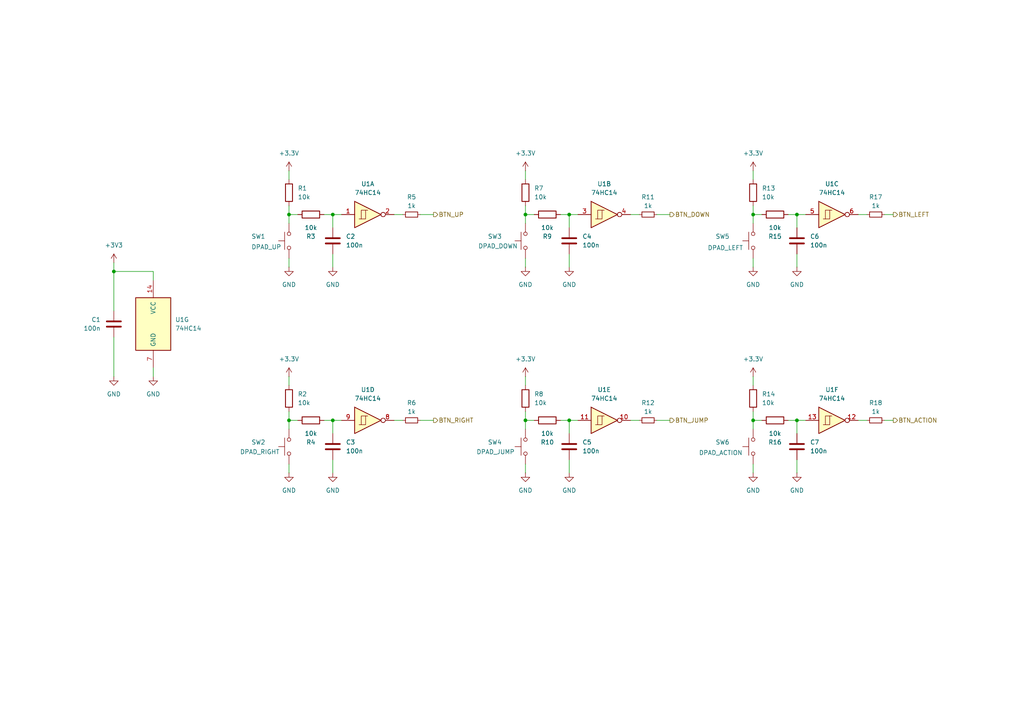
<source format=kicad_sch>
(kicad_sch (version 20231120) (generator "eeschema") (generator_version "8.0")
  (paper "A4")
  (lib_symbols
    (symbol "74xx:74HC14" (pin_names (offset 1.016))
      (property "Reference" "U" (at 0 1.27 0))
      (property "Value" "74HC14" (at 0 -1.27 0))
      (symbol "74HC14_1_0"
        (polyline (pts (xy -3.81 3.81) (xy -3.81 -3.81) (xy 3.81 0) (xy -3.81 3.81)) (stroke (width 0.254)) (fill (type background)))
        (pin input line (at -7.62 0 0) (length 3.81) (name "~") (number "1"))
        (pin output inverted (at 7.62 0 180) (length 3.81) (name "~") (number "2"))
      )
      (symbol "74HC14_1_1"
        (polyline (pts (xy -1.905 -1.27) (xy -1.905 1.27) (xy -0.635 1.27)))
        (polyline (pts (xy -2.54 -1.27) (xy -0.635 -1.27) (xy -0.635 1.27) (xy 0 1.27)))
      )
      (symbol "74HC14_2_0"
        (polyline (pts (xy -3.81 3.81) (xy -3.81 -3.81) (xy 3.81 0) (xy -3.81 3.81)) (stroke (width 0.254)) (fill (type background)))
        (pin input line (at -7.62 0 0) (length 3.81) (name "~") (number "3"))
        (pin output inverted (at 7.62 0 180) (length 3.81) (name "~") (number "4"))
      )
      (symbol "74HC14_2_1"
        (polyline (pts (xy -1.905 -1.27) (xy -1.905 1.27) (xy -0.635 1.27)))
        (polyline (pts (xy -2.54 -1.27) (xy -0.635 -1.27) (xy -0.635 1.27) (xy 0 1.27)))
      )
      (symbol "74HC14_3_0"
        (polyline (pts (xy -3.81 3.81) (xy -3.81 -3.81) (xy 3.81 0) (xy -3.81 3.81)) (stroke (width 0.254)) (fill (type background)))
        (pin input line (at -7.62 0 0) (length 3.81) (name "~") (number "5"))
        (pin output inverted (at 7.62 0 180) (length 3.81) (name "~") (number "6"))
      )
      (symbol "74HC14_3_1"
        (polyline (pts (xy -1.905 -1.27) (xy -1.905 1.27) (xy -0.635 1.27)))
        (polyline (pts (xy -2.54 -1.27) (xy -0.635 -1.27) (xy -0.635 1.27) (xy 0 1.27)))
      )
      (symbol "74HC14_4_0"
        (polyline (pts (xy -3.81 3.81) (xy -3.81 -3.81) (xy 3.81 0) (xy -3.81 3.81)) (stroke (width 0.254)) (fill (type background)))
        (pin output inverted (at 7.62 0 180) (length 3.81) (name "~") (number "8"))
        (pin input line (at -7.62 0 0) (length 3.81) (name "~") (number "9"))
      )
      (symbol "74HC14_4_1"
        (polyline (pts (xy -1.905 -1.27) (xy -1.905 1.27) (xy -0.635 1.27)))
        (polyline (pts (xy -2.54 -1.27) (xy -0.635 -1.27) (xy -0.635 1.27) (xy 0 1.27)))
      )
      (symbol "74HC14_5_0"
        (polyline (pts (xy -3.81 3.81) (xy -3.81 -3.81) (xy 3.81 0) (xy -3.81 3.81)) (stroke (width 0.254)) (fill (type background)))
        (pin output inverted (at 7.62 0 180) (length 3.81) (name "~") (number "10"))
        (pin input line (at -7.62 0 0) (length 3.81) (name "~") (number "11"))
      )
      (symbol "74HC14_5_1"
        (polyline (pts (xy -1.905 -1.27) (xy -1.905 1.27) (xy -0.635 1.27)))
        (polyline (pts (xy -2.54 -1.27) (xy -0.635 -1.27) (xy -0.635 1.27) (xy 0 1.27)))
      )
      (symbol "74HC14_6_0"
        (polyline (pts (xy -3.81 3.81) (xy -3.81 -3.81) (xy 3.81 0) (xy -3.81 3.81)) (stroke (width 0.254)) (fill (type background)))
        (pin output inverted (at 7.62 0 180) (length 3.81) (name "~") (number "12"))
        (pin input line (at -7.62 0 0) (length 3.81) (name "~") (number "13"))
      )
      (symbol "74HC14_6_1"
        (polyline (pts (xy -1.905 -1.27) (xy -1.905 1.27) (xy -0.635 1.27)))
        (polyline (pts (xy -2.54 -1.27) (xy -0.635 -1.27) (xy -0.635 1.27) (xy 0 1.27)))
      )
      (symbol "74HC14_7_0"
        (pin power_in line (at 0 12.7 270) (length 5.08) (name "VCC") (number "14"))
        (pin power_in line (at 0 -12.7 90) (length 5.08) (name "GND") (number "7"))
      )
      (symbol "74HC14_7_1"
        (rectangle (start -5.08 7.62) (end 5.08 -7.62) (stroke (width 0.254)) (fill (type background)))
      )
    )
    (symbol "Device:C" (pin_numbers hide) (pin_names (offset 0.254))
      (property "Reference" "C" (at 0.635 2.54 0))
      (property "Value" "C" (at 0.635 -2.54 0))
      (symbol "C_0_1"
        (polyline (pts (xy -2.032 -0.762) (xy 2.032 -0.762)) (stroke (width 0.508)))
        (polyline (pts (xy -2.032 0.762) (xy 2.032 0.762)) (stroke (width 0.508)))
      )
      (symbol "C_1_1"
        (pin passive line (at 0 3.81 270) (length 2.794) (name "~") (number "1"))
        (pin passive line (at 0 -3.81 90) (length 2.794) (name "~") (number "2"))
      )
    )
    (symbol "Device:R" (pin_numbers hide) (pin_names (offset 0))
      (property "Reference" "R" (at 2.032 0 90))
      (property "Value" "R" (at 0 0 90))
      (symbol "R_0_1"
        (rectangle (start -1.016 -2.54) (end 1.016 2.54) (stroke (width 0.254)))
      )
      (symbol "R_1_1"
        (pin passive line (at 0 3.81 270) (length 1.27) (name "~") (number "1"))
        (pin passive line (at 0 -3.81 90) (length 1.27) (name "~") (number "2"))
      )
    )
    (symbol "Device:R_Small" (pin_numbers hide) (pin_names (offset 0.254) hide)
      (property "Reference" "R" (at 0.762 0.508 0))
      (property "Value" "R_Small" (at 0.762 -1.016 0))
      (symbol "R_Small_0_1"
        (rectangle (start -0.762 1.778) (end 0.762 -1.778) (stroke (width 0.2032)))
      )
      (symbol "R_Small_1_1"
        (pin passive line (at 0 2.54 270) (length 0.762) (name "~") (number "1"))
        (pin passive line (at 0 -2.54 90) (length 0.762) (name "~") (number "2"))
      )
    )
    (symbol "Switch:SW_Push" (pin_numbers hide) (pin_names (offset 1.016) hide)
      (property "Reference" "SW" (at 1.27 2.54 0))
      (property "Value" "SW_Push" (at 0 -1.524 0))
      (symbol "SW_Push_0_1"
        (circle (center -2.032 0) (radius 0.508))
        (polyline (pts (xy 0 1.27) (xy 0 3.048)))
        (polyline (pts (xy 2.54 1.27) (xy -2.54 1.27)))
        (circle (center 2.032 0) (radius 0.508))
        (pin passive line (at -5.08 0 0) (length 2.54) (name "1") (number "1"))
        (pin passive line (at 5.08 0 180) (length 2.54) (name "2") (number "2"))
      )
    )
    (symbol "power:+3.3V" (power) (pin_numbers hide) (pin_names (offset 0) hide)
      (property "Value" "+3.3V" (at 0 3.556 0))
      (symbol "+3.3V_0_1"
        (polyline (pts (xy -0.762 1.27) (xy 0 2.54)))
        (polyline (pts (xy 0 0) (xy 0 2.54)))
        (polyline (pts (xy 0 2.54) (xy 0.762 1.27)))
      )
      (symbol "+3.3V_1_1"
        (pin power_in line (at 0 0 90) (length 0) (name "~") (number "1"))
      )
    )
    (symbol "power:+3V3" (power) (pin_numbers hide) (pin_names (offset 0) hide)
      (property "Value" "+3V3" (at 0 3.556 0))
      (symbol "+3V3_0_1"
        (polyline (pts (xy -0.762 1.27) (xy 0 2.54)))
        (polyline (pts (xy 0 0) (xy 0 2.54)))
        (polyline (pts (xy 0 2.54) (xy 0.762 1.27)))
      )
      (symbol "+3V3_1_1"
        (pin power_in line (at 0 0 90) (length 0) (name "~") (number "1"))
      )
    )
    (symbol "power:GND" (power) (pin_numbers hide) (pin_names (offset 0) hide)
      (property "Value" "GND" (at 0 -3.81 0))
      (symbol "GND_0_1"
        (polyline (pts (xy 0 0) (xy 0 -1.27) (xy 1.27 -1.27) (xy 0 -2.54) (xy -1.27 -1.27) (xy 0 -1.27)))
      )
      (symbol "GND_1_1"
        (pin power_in line (at 0 0 270) (length 0) (name "~") (number "1"))
      )
    )
  )
  (junction (at 83.82 62.23))
  (junction (at 218.44 62.23))
  (junction (at 83.82 121.92))
  (junction (at 96.52 62.23))
  (junction (at 165.1 62.23))
  (junction (at 96.52 121.92))
  (junction (at 165.1 121.92))
  (junction (at 231.14 121.92))
  (junction (at 231.14 62.23))
  (junction (at 218.44 121.92))
  (junction (at 152.4 121.92))
  (junction (at 152.4 62.23))
  (junction (at 33.02 78.74))
  (wire (pts (xy 83.82 121.92) (xy 83.82 124.46)))
  (wire (pts (xy 231.14 62.23) (xy 233.68 62.23)))
  (wire (pts (xy 83.82 119.38) (xy 83.82 121.92)))
  (wire (pts (xy 165.1 125.73) (xy 165.1 121.92)))
  (wire (pts (xy 218.44 119.38) (xy 218.44 121.92)))
  (wire (pts (xy 231.14 73.66) (xy 231.14 77.47)))
  (wire (pts (xy 152.4 49.53) (xy 152.4 52.07)))
  (wire (pts (xy 218.44 62.23) (xy 218.44 64.77)))
  (wire (pts (xy 190.5 121.92) (xy 194.31 121.92)))
  (wire (pts (xy 231.14 66.04) (xy 231.14 62.23)))
  (wire (pts (xy 33.02 78.74) (xy 33.02 90.17)))
  (wire (pts (xy 256.54 121.92) (xy 259.08 121.92)))
  (wire (pts (xy 152.4 134.62) (xy 152.4 137.16)))
  (wire (pts (xy 190.5 62.23) (xy 194.31 62.23)))
  (wire (pts (xy 182.88 62.23) (xy 185.42 62.23)))
  (wire (pts (xy 218.44 74.93) (xy 218.44 77.47)))
  (wire (pts (xy 33.02 76.2) (xy 33.02 78.74)))
  (wire (pts (xy 96.52 133.35) (xy 96.52 137.16)))
  (wire (pts (xy 83.82 74.93) (xy 83.82 77.47)))
  (wire (pts (xy 96.52 62.23) (xy 99.06 62.23)))
  (wire (pts (xy 152.4 59.69) (xy 152.4 62.23)))
  (wire (pts (xy 114.3 121.92) (xy 116.84 121.92)))
  (wire (pts (xy 231.14 121.92) (xy 233.68 121.92)))
  (wire (pts (xy 83.82 134.62) (xy 83.82 137.16)))
  (wire (pts (xy 165.1 62.23) (xy 167.64 62.23)))
  (wire (pts (xy 165.1 66.04) (xy 165.1 62.23)))
  (wire (pts (xy 152.4 119.38) (xy 152.4 121.92)))
  (wire (pts (xy 121.92 121.92) (xy 125.73 121.92)))
  (wire (pts (xy 83.82 59.69) (xy 83.82 62.23)))
  (wire (pts (xy 165.1 73.66) (xy 165.1 77.47)))
  (wire (pts (xy 218.44 109.22) (xy 218.44 111.76)))
  (wire (pts (xy 248.92 62.23) (xy 251.46 62.23)))
  (wire (pts (xy 218.44 49.53) (xy 218.44 52.07)))
  (wire (pts (xy 165.1 121.92) (xy 167.64 121.92)))
  (wire (pts (xy 228.6 121.92) (xy 231.14 121.92)))
  (wire (pts (xy 96.52 66.04) (xy 96.52 62.23)))
  (wire (pts (xy 152.4 109.22) (xy 152.4 111.76)))
  (wire (pts (xy 83.82 109.22) (xy 83.82 111.76)))
  (wire (pts (xy 83.82 62.23) (xy 86.36 62.23)))
  (wire (pts (xy 228.6 62.23) (xy 231.14 62.23)))
  (wire (pts (xy 96.52 73.66) (xy 96.52 77.47)))
  (wire (pts (xy 218.44 121.92) (xy 220.98 121.92)))
  (wire (pts (xy 231.14 133.35) (xy 231.14 137.16)))
  (wire (pts (xy 162.56 121.92) (xy 165.1 121.92)))
  (wire (pts (xy 256.54 62.23) (xy 259.08 62.23)))
  (wire (pts (xy 93.98 121.92) (xy 96.52 121.92)))
  (wire (pts (xy 33.02 78.74) (xy 44.45 78.74)))
  (wire (pts (xy 114.3 62.23) (xy 116.84 62.23)))
  (wire (pts (xy 218.44 59.69) (xy 218.44 62.23)))
  (wire (pts (xy 248.92 121.92) (xy 251.46 121.92)))
  (wire (pts (xy 121.92 62.23) (xy 125.73 62.23)))
  (wire (pts (xy 218.44 134.62) (xy 218.44 137.16)))
  (wire (pts (xy 96.52 125.73) (xy 96.52 121.92)))
  (wire (pts (xy 152.4 121.92) (xy 152.4 124.46)))
  (wire (pts (xy 44.45 78.74) (xy 44.45 81.28)))
  (wire (pts (xy 44.45 106.68) (xy 44.45 109.22)))
  (wire (pts (xy 152.4 62.23) (xy 154.94 62.23)))
  (wire (pts (xy 182.88 121.92) (xy 185.42 121.92)))
  (wire (pts (xy 152.4 62.23) (xy 152.4 64.77)))
  (wire (pts (xy 96.52 121.92) (xy 99.06 121.92)))
  (wire (pts (xy 83.82 121.92) (xy 86.36 121.92)))
  (wire (pts (xy 218.44 62.23) (xy 220.98 62.23)))
  (wire (pts (xy 165.1 133.35) (xy 165.1 137.16)))
  (wire (pts (xy 162.56 62.23) (xy 165.1 62.23)))
  (wire (pts (xy 83.82 49.53) (xy 83.82 52.07)))
  (wire (pts (xy 93.98 62.23) (xy 96.52 62.23)))
  (wire (pts (xy 218.44 121.92) (xy 218.44 124.46)))
  (wire (pts (xy 231.14 125.73) (xy 231.14 121.92)))
  (wire (pts (xy 152.4 74.93) (xy 152.4 77.47)))
  (wire (pts (xy 152.4 121.92) (xy 154.94 121.92)))
  (wire (pts (xy 33.02 109.22) (xy 33.02 97.79)))
  (wire (pts (xy 83.82 62.23) (xy 83.82 64.77)))
  (hierarchical_label "BTN_DOWN" (shape output) (at 194.31 62.23 0))
  (hierarchical_label "BTN_LEFT" (shape output) (at 259.08 62.23 0))
  (hierarchical_label "BTN_ACTION" (shape output) (at 259.08 121.92 0))
  (hierarchical_label "BTN_RIGHT" (shape output) (at 125.73 121.92 0))
  (hierarchical_label "BTN_JUMP" (shape output) (at 194.31 121.92 0))
  (hierarchical_label "BTN_UP" (shape output) (at 125.73 62.23 0))
  (symbol (lib_id "Device:C") (at 231.14 69.85 0) (unit 1)
    (property "Reference" "C6" (at 234.95 68.5799 0) (effects (justify left)))
    (property "Value" "100n" (at 234.95 71.1199 0) (effects (justify left)))
    (property "Footprint" "Capacitor_SMD:C_0603_1608Metric" (effects (hide yes)))
    (property "Description" "Unpolarized capacitor" (effects (hide yes)))
  )
  (symbol (lib_id "Device:R") (at 224.79 121.92 270) (unit 1)
    (property "Reference" "R16" (at 224.79 128.27 90))
    (property "Value" "10k" (at 224.79 125.73 90))
    (property "Footprint" "Resistor_SMD:R_0603_1608Metric" (effects (hide yes)))
    (property "Description" "Resistor" (effects (hide yes)))
  )
  (symbol (lib_id "power:GND") (at 165.1 77.47 0) (unit 1)
    (property "Reference" "#PWR016" (effects (hide yes)))
    (property "Value" "GND" (at 165.1 82.55 0))
    (property "Description" "Power symbol creates a global label with name \"GND\" , ground" (effects (hide yes)))
  )
  (symbol (lib_id "Device:R_Small") (at 254 62.23 90) (unit 1)
    (property "Reference" "R17" (at 254 57.15 90))
    (property "Value" "1k" (at 254 59.69 90))
    (property "Footprint" "Resistor_SMD:R_0603_1608Metric" (effects (hide yes)))
    (property "Description" "Resistor, small symbol" (effects (hide yes)))
  )
  (symbol (lib_id "power:+3V3") (at 33.02 76.2 0) (unit 1)
    (property "Reference" "#PWR03" (effects (hide yes)))
    (property "Value" "+3V3" (at 33.02 71.12 0))
    (property "Description" "Power symbol creates a global label with name \"+3V3\"" (effects (hide yes)))
  )
  (symbol (lib_id "power:GND") (at 218.44 77.47 0) (unit 1)
    (property "Reference" "#PWR019" (effects (hide yes)))
    (property "Value" "GND" (at 218.44 82.55 0))
    (property "Description" "Power symbol creates a global label with name \"GND\" , ground" (effects (hide yes)))
  )
  (symbol (lib_id "Switch:SW_Push") (at 152.4 69.85 90) (unit 1)
    (property "Reference" "SW3" (at 141.478 68.58 90) (effects (justify right)))
    (property "Value" "DPAD_DOWN" (at 138.684 71.374 90) (effects (justify right)))
    (property "Footprint" "Button_Switch_THT:SW_PUSH_6mm_H7.3mm" (effects (hide yes)))
    (property "Description" "Push button switch, generic, two pins" (effects (hide yes)))
  )
  (symbol (lib_id "power:GND") (at 231.14 137.16 0) (unit 1)
    (property "Reference" "#PWR023" (effects (hide yes)))
    (property "Value" "GND" (at 231.14 142.24 0))
    (property "Description" "Power symbol creates a global label with name \"GND\" , ground" (effects (hide yes)))
  )
  (symbol (lib_id "Device:R_Small") (at 119.38 62.23 90) (unit 1)
    (property "Reference" "R5" (at 119.38 57.15 90))
    (property "Value" "1k" (at 119.38 59.69 90))
    (property "Footprint" "Resistor_SMD:R_0603_1608Metric" (effects (hide yes)))
    (property "Description" "Resistor, small symbol" (effects (hide yes)))
  )
  (symbol (lib_id "Device:R") (at 224.79 62.23 270) (unit 1)
    (property "Reference" "R15" (at 224.79 68.58 90))
    (property "Value" "10k" (at 224.79 66.04 90))
    (property "Footprint" "Resistor_SMD:R_0603_1608Metric" (effects (hide yes)))
    (property "Description" "Resistor" (effects (hide yes)))
  )
  (symbol (lib_id "power:GND") (at 44.45 109.22 0) (unit 1)
    (property "Reference" "#PWR05" (effects (hide yes)))
    (property "Value" "GND" (at 44.45 114.3 0))
    (property "Description" "Power symbol creates a global label with name \"GND\" , ground" (effects (hide yes)))
  )
  (symbol (lib_id "power:GND") (at 96.52 77.47 0) (unit 1)
    (property "Reference" "#PWR010" (effects (hide yes)))
    (property "Value" "GND" (at 96.52 82.55 0))
    (property "Description" "Power symbol creates a global label with name \"GND\" , ground" (effects (hide yes)))
  )
  (symbol (lib_id "power:+3.3V") (at 218.44 109.22 0) (unit 1)
    (property "Reference" "#PWR020" (effects (hide yes)))
    (property "Value" "+3.3V" (at 218.44 104.14 0))
    (property "Description" "Power symbol creates a global label with name \"+3.3V\"" (effects (hide yes)))
  )
  (symbol (lib_id "Device:R") (at 90.17 62.23 270) (unit 1)
    (property "Reference" "R3" (at 90.17 68.58 90))
    (property "Value" "10k" (at 90.17 66.04 90))
    (property "Footprint" "Resistor_SMD:R_0603_1608Metric" (effects (hide yes)))
    (property "Description" "Resistor" (effects (hide yes)))
  )
  (symbol (lib_id "74xx:74HC14") (at 106.68 62.23 0) (unit 1)
    (property "Reference" "U1" (at 106.68 53.34 0))
    (property "Value" "74HC14" (at 106.68 55.88 0))
    (property "Footprint" "Package_SO:SOIC-14_3.9x8.7mm_P1.27mm" (effects (hide yes)))
    (property "Datasheet" "http://www.ti.com/lit/gpn/sn74HC14" (effects (hide yes)))
    (property "Description" "Hex inverter schmitt trigger" (effects (hide yes)))
  )
  (symbol (lib_id "power:GND") (at 83.82 77.47 0) (unit 1)
    (property "Reference" "#PWR07" (effects (hide yes)))
    (property "Value" "GND" (at 83.82 82.55 0))
    (property "Description" "Power symbol creates a global label with name \"GND\" , ground" (effects (hide yes)))
  )
  (symbol (lib_id "Device:R") (at 83.82 55.88 0) (unit 1)
    (property "Reference" "R1" (at 86.36 54.6099 0) (effects (justify left)))
    (property "Value" "10k" (at 86.36 57.1499 0) (effects (justify left)))
    (property "Footprint" "Resistor_SMD:R_0603_1608Metric" (effects (hide yes)))
    (property "Description" "Resistor" (effects (hide yes)))
  )
  (symbol (lib_id "Switch:SW_Push") (at 218.44 69.85 90) (unit 1)
    (property "Reference" "SW5" (at 207.518 68.58 90) (effects (justify right)))
    (property "Value" "DPAD_LEFT" (at 205.232 71.882 90) (effects (justify right)))
    (property "Footprint" "Button_Switch_THT:SW_PUSH_6mm_H7.3mm" (effects (hide yes)))
    (property "Description" "Push button switch, generic, two pins" (effects (hide yes)))
  )
  (symbol (lib_id "power:GND") (at 33.02 109.22 0) (unit 1)
    (property "Reference" "#PWR04" (effects (hide yes)))
    (property "Value" "GND" (at 33.02 114.3 0))
    (property "Description" "Power symbol creates a global label with name \"GND\" , ground" (effects (hide yes)))
  )
  (symbol (lib_id "power:+3.3V") (at 152.4 49.53 0) (unit 1)
    (property "Reference" "#PWR012" (effects (hide yes)))
    (property "Value" "+3.3V" (at 152.4 44.45 0))
    (property "Description" "Power symbol creates a global label with name \"+3.3V\"" (effects (hide yes)))
  )
  (symbol (lib_id "power:GND") (at 83.82 137.16 0) (unit 1)
    (property "Reference" "#PWR09" (effects (hide yes)))
    (property "Value" "GND" (at 83.82 142.24 0))
    (property "Description" "Power symbol creates a global label with name \"GND\" , ground" (effects (hide yes)))
  )
  (symbol (lib_id "power:+3.3V") (at 83.82 109.22 0) (unit 1)
    (property "Reference" "#PWR08" (effects (hide yes)))
    (property "Value" "+3.3V" (at 83.82 104.14 0))
    (property "Description" "Power symbol creates a global label with name \"+3.3V\"" (effects (hide yes)))
  )
  (symbol (lib_id "Device:R_Small") (at 187.96 121.92 90) (unit 1)
    (property "Reference" "R12" (at 187.96 116.84 90))
    (property "Value" "1k" (at 187.96 119.38 90))
    (property "Footprint" "Resistor_SMD:R_0603_1608Metric" (effects (hide yes)))
    (property "Description" "Resistor, small symbol" (effects (hide yes)))
  )
  (symbol (lib_id "Device:R") (at 218.44 55.88 0) (unit 1)
    (property "Reference" "R13" (at 220.98 54.6099 0) (effects (justify left)))
    (property "Value" "10k" (at 220.98 57.1499 0) (effects (justify left)))
    (property "Footprint" "Resistor_SMD:R_0603_1608Metric" (effects (hide yes)))
    (property "Description" "Resistor" (effects (hide yes)))
  )
  (symbol (lib_id "Device:R_Small") (at 254 121.92 90) (unit 1)
    (property "Reference" "R18" (at 254 116.84 90))
    (property "Value" "1k" (at 254 119.38 90))
    (property "Footprint" "Resistor_SMD:R_0603_1608Metric" (effects (hide yes)))
    (property "Description" "Resistor, small symbol" (effects (hide yes)))
  )
  (symbol (lib_id "Device:C") (at 165.1 69.85 0) (unit 1)
    (property "Reference" "C4" (at 168.91 68.5799 0) (effects (justify left)))
    (property "Value" "100n" (at 168.91 71.1199 0) (effects (justify left)))
    (property "Footprint" "Capacitor_SMD:C_0603_1608Metric" (effects (hide yes)))
    (property "Description" "Unpolarized capacitor" (effects (hide yes)))
  )
  (symbol (lib_id "74xx:74HC14") (at 241.3 121.92 0) (unit 6)
    (property "Reference" "U1" (at 241.3 113.03 0))
    (property "Value" "74HC14" (at 241.3 115.57 0))
    (property "Footprint" "Package_SO:SOIC-14_3.9x8.7mm_P1.27mm" (effects (hide yes)))
    (property "Datasheet" "http://www.ti.com/lit/gpn/sn74HC14" (effects (hide yes)))
    (property "Description" "Hex inverter schmitt trigger" (effects (hide yes)))
  )
  (symbol (lib_id "power:+3.3V") (at 152.4 109.22 0) (unit 1)
    (property "Reference" "#PWR014" (effects (hide yes)))
    (property "Value" "+3.3V" (at 152.4 104.14 0))
    (property "Description" "Power symbol creates a global label with name \"+3.3V\"" (effects (hide yes)))
  )
  (symbol (lib_id "Device:R_Small") (at 119.38 121.92 90) (unit 1)
    (property "Reference" "R6" (at 119.38 116.84 90))
    (property "Value" "1k" (at 119.38 119.38 90))
    (property "Footprint" "Resistor_SMD:R_0603_1608Metric" (effects (hide yes)))
    (property "Description" "Resistor, small symbol" (effects (hide yes)))
  )
  (symbol (lib_id "power:GND") (at 96.52 137.16 0) (unit 1)
    (property "Reference" "#PWR011" (effects (hide yes)))
    (property "Value" "GND" (at 96.52 142.24 0))
    (property "Description" "Power symbol creates a global label with name \"GND\" , ground" (effects (hide yes)))
  )
  (symbol (lib_id "74xx:74HC14") (at 44.45 93.98 0) (unit 7)
    (property "Reference" "U1" (at 50.8 92.7099 0) (effects (justify left)))
    (property "Value" "74HC14" (at 50.8 95.2499 0) (effects (justify left)))
    (property "Footprint" "Package_SO:SOIC-14_3.9x8.7mm_P1.27mm" (effects (hide yes)))
    (property "Datasheet" "http://www.ti.com/lit/gpn/sn74HC14" (effects (hide yes)))
    (property "Description" "Hex inverter schmitt trigger" (effects (hide yes)))
  )
  (symbol (lib_id "Device:R") (at 90.17 121.92 270) (unit 1)
    (property "Reference" "R4" (at 90.17 128.27 90))
    (property "Value" "10k" (at 90.17 125.73 90))
    (property "Footprint" "Resistor_SMD:R_0603_1608Metric" (effects (hide yes)))
    (property "Description" "Resistor" (effects (hide yes)))
  )
  (symbol (lib_id "Switch:SW_Push") (at 218.44 129.54 90) (unit 1)
    (property "Reference" "SW6" (at 207.518 128.27 90) (effects (justify right)))
    (property "Value" "DPAD_ACTION" (at 202.692 131.318 90) (effects (justify right)))
    (property "Footprint" "Button_Switch_THT:SW_PUSH_6mm_H7.3mm" (effects (hide yes)))
    (property "Description" "Push button switch, generic, two pins" (effects (hide yes)))
  )
  (symbol (lib_id "power:GND") (at 152.4 77.47 0) (unit 1)
    (property "Reference" "#PWR013" (effects (hide yes)))
    (property "Value" "GND" (at 152.4 82.55 0))
    (property "Description" "Power symbol creates a global label with name \"GND\" , ground" (effects (hide yes)))
  )
  (symbol (lib_id "Device:R") (at 152.4 55.88 0) (unit 1)
    (property "Reference" "R7" (at 154.94 54.6099 0) (effects (justify left)))
    (property "Value" "10k" (at 154.94 57.1499 0) (effects (justify left)))
    (property "Footprint" "Resistor_SMD:R_0603_1608Metric" (effects (hide yes)))
    (property "Description" "Resistor" (effects (hide yes)))
  )
  (symbol (lib_id "Device:R") (at 158.75 121.92 270) (unit 1)
    (property "Reference" "R10" (at 158.75 128.27 90))
    (property "Value" "10k" (at 158.75 125.73 90))
    (property "Footprint" "Resistor_SMD:R_0603_1608Metric" (effects (hide yes)))
    (property "Description" "Resistor" (effects (hide yes)))
  )
  (symbol (lib_id "74xx:74HC14") (at 106.68 121.92 0) (unit 4)
    (property "Reference" "U1" (at 106.68 113.03 0))
    (property "Value" "74HC14" (at 106.68 115.57 0))
    (property "Footprint" "Package_SO:SOIC-14_3.9x8.7mm_P1.27mm" (effects (hide yes)))
    (property "Datasheet" "http://www.ti.com/lit/gpn/sn74HC14" (effects (hide yes)))
    (property "Description" "Hex inverter schmitt trigger" (effects (hide yes)))
  )
  (symbol (lib_id "Device:R") (at 218.44 115.57 0) (unit 1)
    (property "Reference" "R14" (at 220.98 114.2999 0) (effects (justify left)))
    (property "Value" "10k" (at 220.98 116.8399 0) (effects (justify left)))
    (property "Footprint" "Resistor_SMD:R_0603_1608Metric" (effects (hide yes)))
    (property "Description" "Resistor" (effects (hide yes)))
  )
  (symbol (lib_id "power:+3.3V") (at 218.44 49.53 0) (unit 1)
    (property "Reference" "#PWR018" (effects (hide yes)))
    (property "Value" "+3.3V" (at 218.44 44.45 0))
    (property "Description" "Power symbol creates a global label with name \"+3.3V\"" (effects (hide yes)))
  )
  (symbol (lib_id "Device:R_Small") (at 187.96 62.23 90) (unit 1)
    (property "Reference" "R11" (at 187.96 57.15 90))
    (property "Value" "1k" (at 187.96 59.69 90))
    (property "Footprint" "Resistor_SMD:R_0603_1608Metric" (effects (hide yes)))
    (property "Description" "Resistor, small symbol" (effects (hide yes)))
  )
  (symbol (lib_id "Device:C") (at 96.52 129.54 0) (unit 1)
    (property "Reference" "C3" (at 100.33 128.2699 0) (effects (justify left)))
    (property "Value" "100n" (at 100.33 130.8099 0) (effects (justify left)))
    (property "Footprint" "Capacitor_SMD:C_0603_1608Metric" (effects (hide yes)))
    (property "Description" "Unpolarized capacitor" (effects (hide yes)))
  )
  (symbol (lib_id "power:GND") (at 218.44 137.16 0) (unit 1)
    (property "Reference" "#PWR021" (effects (hide yes)))
    (property "Value" "GND" (at 218.44 142.24 0))
    (property "Description" "Power symbol creates a global label with name \"GND\" , ground" (effects (hide yes)))
  )
  (symbol (lib_id "Device:C") (at 33.02 93.98 0) (mirror x) (unit 1)
    (property "Reference" "C1" (at 29.21 92.7099 0) (effects (justify right)))
    (property "Value" "100n" (at 29.21 95.2499 0) (effects (justify right)))
    (property "Footprint" "Capacitor_SMD:C_0603_1608Metric" (effects (hide yes)))
    (property "Description" "Unpolarized capacitor" (effects (hide yes)))
  )
  (symbol (lib_id "Device:R") (at 152.4 115.57 0) (unit 1)
    (property "Reference" "R8" (at 154.94 114.2999 0) (effects (justify left)))
    (property "Value" "10k" (at 154.94 116.8399 0) (effects (justify left)))
    (property "Footprint" "Resistor_SMD:R_0603_1608Metric" (effects (hide yes)))
    (property "Description" "Resistor" (effects (hide yes)))
  )
  (symbol (lib_id "Device:C") (at 96.52 69.85 0) (unit 1)
    (property "Reference" "C2" (at 100.33 68.5799 0) (effects (justify left)))
    (property "Value" "100n" (at 100.33 71.1199 0) (effects (justify left)))
    (property "Footprint" "Capacitor_SMD:C_0603_1608Metric" (effects (hide yes)))
    (property "Description" "Unpolarized capacitor" (effects (hide yes)))
  )
  (symbol (lib_id "Switch:SW_Push") (at 83.82 129.54 90) (unit 1)
    (property "Reference" "SW2" (at 72.898 128.27 90) (effects (justify right)))
    (property "Value" "DPAD_RIGHT" (at 69.596 131.064 90) (effects (justify right)))
    (property "Footprint" "Button_Switch_THT:SW_PUSH_6mm_H7.3mm" (effects (hide yes)))
    (property "Description" "Push button switch, generic, two pins" (effects (hide yes)))
  )
  (symbol (lib_id "power:GND") (at 231.14 77.47 0) (unit 1)
    (property "Reference" "#PWR022" (effects (hide yes)))
    (property "Value" "GND" (at 231.14 82.55 0))
    (property "Description" "Power symbol creates a global label with name \"GND\" , ground" (effects (hide yes)))
  )
  (symbol (lib_id "power:+3.3V") (at 83.82 49.53 0) (unit 1)
    (property "Reference" "#PWR06" (effects (hide yes)))
    (property "Value" "+3.3V" (at 83.82 44.45 0))
    (property "Description" "Power symbol creates a global label with name \"+3.3V\"" (effects (hide yes)))
  )
  (symbol (lib_id "power:GND") (at 165.1 137.16 0) (unit 1)
    (property "Reference" "#PWR017" (effects (hide yes)))
    (property "Value" "GND" (at 165.1 142.24 0))
    (property "Description" "Power symbol creates a global label with name \"GND\" , ground" (effects (hide yes)))
  )
  (symbol (lib_id "power:GND") (at 152.4 137.16 0) (unit 1)
    (property "Reference" "#PWR015" (effects (hide yes)))
    (property "Value" "GND" (at 152.4 142.24 0))
    (property "Description" "Power symbol creates a global label with name \"GND\" , ground" (effects (hide yes)))
  )
  (symbol (lib_id "Device:R") (at 158.75 62.23 270) (unit 1)
    (property "Reference" "R9" (at 158.75 68.58 90))
    (property "Value" "10k" (at 158.75 66.04 90))
    (property "Footprint" "Resistor_SMD:R_0603_1608Metric" (effects (hide yes)))
    (property "Description" "Resistor" (effects (hide yes)))
  )
  (symbol (lib_id "74xx:74HC14") (at 175.26 121.92 0) (unit 5)
    (property "Reference" "U1" (at 175.26 113.03 0))
    (property "Value" "74HC14" (at 175.26 115.57 0))
    (property "Footprint" "Package_SO:SOIC-14_3.9x8.7mm_P1.27mm" (effects (hide yes)))
    (property "Datasheet" "http://www.ti.com/lit/gpn/sn74HC14" (effects (hide yes)))
    (property "Description" "Hex inverter schmitt trigger" (effects (hide yes)))
  )
  (symbol (lib_id "Switch:SW_Push") (at 152.4 129.54 90) (unit 1)
    (property "Reference" "SW4" (at 141.478 128.27 90) (effects (justify right)))
    (property "Value" "DPAD_JUMP" (at 138.176 131.064 90) (effects (justify right)))
    (property "Footprint" "Button_Switch_THT:SW_PUSH_6mm_H7.3mm" (effects (hide yes)))
    (property "Description" "Push button switch, generic, two pins" (effects (hide yes)))
  )
  (symbol (lib_id "Device:R") (at 83.82 115.57 0) (unit 1)
    (property "Reference" "R2" (at 86.36 114.2999 0) (effects (justify left)))
    (property "Value" "10k" (at 86.36 116.8399 0) (effects (justify left)))
    (property "Footprint" "Resistor_SMD:R_0603_1608Metric" (effects (hide yes)))
    (property "Description" "Resistor" (effects (hide yes)))
  )
  (symbol (lib_id "Switch:SW_Push") (at 83.82 69.85 90) (unit 1)
    (property "Reference" "SW1" (at 72.898 68.58 90) (effects (justify right)))
    (property "Value" "DPAD_UP" (at 72.898 71.628 90) (effects (justify right)))
    (property "Footprint" "Button_Switch_THT:SW_PUSH_6mm_H7.3mm" (effects (hide yes)))
    (property "Description" "Push button switch, generic, two pins" (effects (hide yes)))
  )
  (symbol (lib_id "74xx:74HC14") (at 241.3 62.23 0) (unit 3)
    (property "Reference" "U1" (at 241.3 53.34 0))
    (property "Value" "74HC14" (at 241.3 55.88 0))
    (property "Footprint" "Package_SO:SOIC-14_3.9x8.7mm_P1.27mm" (effects (hide yes)))
    (property "Datasheet" "http://www.ti.com/lit/gpn/sn74HC14" (effects (hide yes)))
    (property "Description" "Hex inverter schmitt trigger" (effects (hide yes)))
  )
  (symbol (lib_id "74xx:74HC14") (at 175.26 62.23 0) (unit 2)
    (property "Reference" "U1" (at 175.26 53.34 0))
    (property "Value" "74HC14" (at 175.26 55.88 0))
    (property "Footprint" "Package_SO:SOIC-14_3.9x8.7mm_P1.27mm" (effects (hide yes)))
    (property "Datasheet" "http://www.ti.com/lit/gpn/sn74HC14" (effects (hide yes)))
    (property "Description" "Hex inverter schmitt trigger" (effects (hide yes)))
  )
  (symbol (lib_id "Device:C") (at 165.1 129.54 0) (unit 1)
    (property "Reference" "C5" (at 168.91 128.2699 0) (effects (justify left)))
    (property "Value" "100n" (at 168.91 130.8099 0) (effects (justify left)))
    (property "Footprint" "Capacitor_SMD:C_0603_1608Metric" (effects (hide yes)))
    (property "Description" "Unpolarized capacitor" (effects (hide yes)))
  )
  (symbol (lib_id "Device:C") (at 231.14 129.54 0) (unit 1)
    (property "Reference" "C7" (at 234.95 128.2699 0) (effects (justify left)))
    (property "Value" "100n" (at 234.95 130.8099 0) (effects (justify left)))
    (property "Footprint" "Capacitor_SMD:C_0603_1608Metric" (effects (hide yes)))
    (property "Description" "Unpolarized capacitor" (effects (hide yes)))
  )
)
</source>
